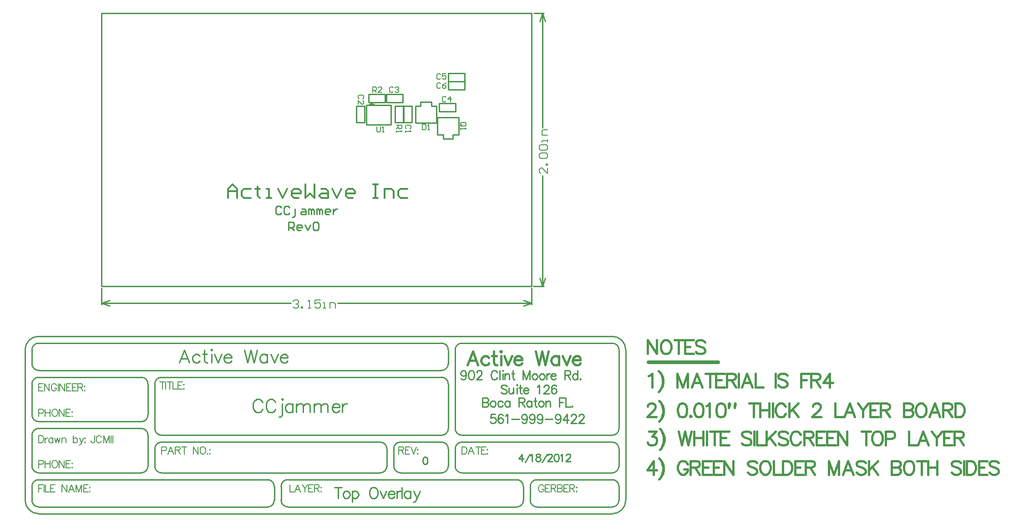
<source format=gto>
%FSLAX25Y25*%
%MOIN*%
G70*
G01*
G75*
G04 Layer_Color=65535*
%ADD10C,0.02500*%
%ADD11R,0.03000X0.03000*%
%ADD12R,0.03600X0.03600*%
%ADD13R,0.03600X0.05000*%
%ADD14R,0.03000X0.03000*%
%ADD15R,0.05000X0.02000*%
%ADD16C,0.01200*%
%ADD17C,0.01000*%
%ADD18C,0.03000*%
%ADD19C,0.00600*%
%ADD20C,0.00900*%
%ADD21C,0.00500*%
%ADD22C,0.01500*%
%ADD23C,0.00800*%
%ADD24C,0.04000*%
D10*
X400800Y-55700D02*
X451800D01*
D16*
X92500Y64500D02*
Y71165D01*
X95832Y74497D01*
X99164Y71165D01*
Y64500D01*
Y69498D01*
X92500D01*
X109161Y71165D02*
X104163D01*
X102497Y69498D01*
Y66166D01*
X104163Y64500D01*
X109161D01*
X114160Y72831D02*
Y71165D01*
X112494D01*
X115826D01*
X114160D01*
Y66166D01*
X115826Y64500D01*
X120824D02*
X124156D01*
X122490D01*
Y71165D01*
X120824D01*
X129155D02*
X132487Y64500D01*
X135819Y71165D01*
X144150Y64500D02*
X140818D01*
X139152Y66166D01*
Y69498D01*
X140818Y71165D01*
X144150D01*
X145816Y69498D01*
Y67832D01*
X139152D01*
X149148Y74497D02*
Y64500D01*
X152481Y67832D01*
X155813Y64500D01*
Y74497D01*
X160811Y71165D02*
X164144D01*
X165810Y69498D01*
Y64500D01*
X160811D01*
X159145Y66166D01*
X160811Y67832D01*
X165810D01*
X169142Y71165D02*
X172474Y64500D01*
X175806Y71165D01*
X184137Y64500D02*
X180805D01*
X179139Y66166D01*
Y69498D01*
X180805Y71165D01*
X184137D01*
X185803Y69498D01*
Y67832D01*
X179139D01*
X199132Y74497D02*
X202465D01*
X200798D01*
Y64500D01*
X199132D01*
X202465D01*
X207463D02*
Y71165D01*
X212461D01*
X214127Y69498D01*
Y64500D01*
X224124Y71165D02*
X219126D01*
X217460Y69498D01*
Y66166D01*
X219126Y64500D01*
X224124D01*
D17*
X199600Y132900D02*
G03*
X196100Y132650I-1625J-1875D01*
G01*
X207600Y134600D02*
Y137600D01*
X195600Y134600D02*
X207600D01*
X195600D02*
Y140600D01*
X207600D01*
Y137600D02*
Y140600D01*
X259200Y127800D02*
Y130800D01*
X247200Y127800D02*
X259200D01*
X247200D02*
Y133800D01*
X259200D01*
Y130800D02*
Y133800D01*
X255250Y107900D02*
X257050D01*
X257300D02*
Y110900D01*
X261550D01*
Y123400D01*
X246050D02*
X261550D01*
X246050Y110900D02*
Y123400D01*
Y110900D02*
X250300D01*
Y107900D02*
Y110900D01*
X250550Y107900D02*
X255250D01*
X220700Y134500D02*
Y137500D01*
X208700Y134500D02*
X220700D01*
X208700D02*
Y140500D01*
X220700D01*
Y137500D02*
Y140500D01*
X186600Y119900D02*
X189600D01*
X186600D02*
Y131900D01*
X192600D01*
Y119900D02*
Y131900D01*
X189600Y119900D02*
X192600D01*
X218100Y131700D02*
X221100D01*
Y119700D02*
Y131700D01*
X215100Y119700D02*
X221100D01*
X215100D02*
Y131700D01*
X218100D01*
X224200D02*
X227200D01*
Y119700D02*
Y131700D01*
X221200Y119700D02*
X227200D01*
X221200D02*
Y131700D01*
X224200D01*
X254000Y153000D02*
Y156000D01*
X266000D01*
Y150000D02*
Y156000D01*
X254000Y150000D02*
X266000D01*
X254000D02*
Y153000D01*
Y147000D02*
Y150000D01*
X266000D01*
Y144000D02*
Y150000D01*
X254000Y144000D02*
X266000D01*
X254000D02*
Y147000D01*
X194100Y118150D02*
Y121650D01*
Y118150D02*
X212100D01*
Y132650D01*
X194100D02*
X212100D01*
X194100Y121650D02*
Y132650D01*
X233700Y132000D02*
Y135000D01*
X241700D01*
Y132000D02*
Y135000D01*
X236250D02*
X240950D01*
X241700Y132000D02*
X245450D01*
Y119500D02*
Y132000D01*
X229950Y119500D02*
X245450D01*
X229950D02*
Y132000D01*
X233700D01*
X234450Y135000D02*
X236250D01*
X173266Y-147402D02*
Y-155400D01*
X170600Y-147402D02*
X175932D01*
X178789Y-150068D02*
X178027Y-150449D01*
X177265Y-151210D01*
X176884Y-152353D01*
Y-153115D01*
X177265Y-154257D01*
X178027Y-155019D01*
X178789Y-155400D01*
X179931D01*
X180693Y-155019D01*
X181455Y-154257D01*
X181836Y-153115D01*
Y-152353D01*
X181455Y-151210D01*
X180693Y-150449D01*
X179931Y-150068D01*
X178789D01*
X183588D02*
Y-158066D01*
Y-151210D02*
X184349Y-150449D01*
X185111Y-150068D01*
X186254D01*
X187015Y-150449D01*
X187777Y-151210D01*
X188158Y-152353D01*
Y-153115D01*
X187777Y-154257D01*
X187015Y-155019D01*
X186254Y-155400D01*
X185111D01*
X184349Y-155019D01*
X183588Y-154257D01*
X198442Y-147402D02*
X197680Y-147783D01*
X196918Y-148544D01*
X196537Y-149306D01*
X196156Y-150449D01*
Y-152353D01*
X196537Y-153496D01*
X196918Y-154257D01*
X197680Y-155019D01*
X198442Y-155400D01*
X199965D01*
X200727Y-155019D01*
X201489Y-154257D01*
X201870Y-153496D01*
X202250Y-152353D01*
Y-150449D01*
X201870Y-149306D01*
X201489Y-148544D01*
X200727Y-147783D01*
X199965Y-147402D01*
X198442D01*
X204117Y-150068D02*
X206402Y-155400D01*
X208687Y-150068D02*
X206402Y-155400D01*
X209982Y-152353D02*
X214552D01*
Y-151591D01*
X214172Y-150830D01*
X213791Y-150449D01*
X213029Y-150068D01*
X211886D01*
X211125Y-150449D01*
X210363Y-151210D01*
X209982Y-152353D01*
Y-153115D01*
X210363Y-154257D01*
X211125Y-155019D01*
X211886Y-155400D01*
X213029D01*
X213791Y-155019D01*
X214552Y-154257D01*
X216266Y-150068D02*
Y-155400D01*
Y-152353D02*
X216647Y-151210D01*
X217409Y-150449D01*
X218171Y-150068D01*
X219313D01*
X220037Y-147402D02*
Y-155400D01*
X226283Y-150068D02*
Y-155400D01*
Y-151210D02*
X225522Y-150449D01*
X224760Y-150068D01*
X223617D01*
X222855Y-150449D01*
X222094Y-151210D01*
X221713Y-152353D01*
Y-153115D01*
X222094Y-154257D01*
X222855Y-155019D01*
X223617Y-155400D01*
X224760D01*
X225522Y-155019D01*
X226283Y-154257D01*
X228797Y-150068D02*
X231082Y-155400D01*
X233367Y-150068D02*
X231082Y-155400D01*
X230321Y-156923D01*
X229559Y-157685D01*
X228797Y-158066D01*
X228416D01*
X131499Y57498D02*
X130499Y58498D01*
X128500D01*
X127500Y57498D01*
Y53500D01*
X128500Y52500D01*
X130499D01*
X131499Y53500D01*
X137497Y57498D02*
X136497Y58498D01*
X134498D01*
X133498Y57498D01*
Y53500D01*
X134498Y52500D01*
X136497D01*
X137497Y53500D01*
X139496Y50501D02*
X140496D01*
X141496Y51500D01*
Y56499D01*
X146494D02*
X148493D01*
X149493Y55499D01*
Y52500D01*
X146494D01*
X145494Y53500D01*
X146494Y54499D01*
X149493D01*
X151492Y52500D02*
Y56499D01*
X152492D01*
X153492Y55499D01*
Y52500D01*
Y55499D01*
X154491Y56499D01*
X155491Y55499D01*
Y52500D01*
X157490D02*
Y56499D01*
X158490D01*
X159490Y55499D01*
Y52500D01*
Y55499D01*
X160489Y56499D01*
X161489Y55499D01*
Y52500D01*
X166487D02*
X164488D01*
X163488Y53500D01*
Y55499D01*
X164488Y56499D01*
X166487D01*
X167487Y55499D01*
Y54499D01*
X163488D01*
X169486Y56499D02*
Y52500D01*
Y54499D01*
X170486Y55499D01*
X171486Y56499D01*
X172485D01*
X137000Y41000D02*
Y46998D01*
X139999D01*
X140999Y45998D01*
Y43999D01*
X139999Y42999D01*
X137000D01*
X138999D02*
X140999Y41000D01*
X145997D02*
X143998D01*
X142998Y42000D01*
Y43999D01*
X143998Y44999D01*
X145997D01*
X146997Y43999D01*
Y42999D01*
X142998D01*
X148996Y44999D02*
X150996Y41000D01*
X152995Y44999D01*
X154994Y45998D02*
X155994Y46998D01*
X157993D01*
X158993Y45998D01*
Y42000D01*
X157993Y41000D01*
X155994D01*
X154994Y42000D01*
Y45998D01*
X315000Y-13500D02*
Y-1500D01*
X0Y-13500D02*
Y-1500D01*
X172995Y-12500D02*
X315000D01*
X0D02*
X138805D01*
X309000Y-10500D02*
X315000Y-12500D01*
X309000Y-14500D02*
X315000Y-12500D01*
X0D02*
X6000Y-14500D01*
X0Y-12500D02*
X6000Y-10500D01*
X316500Y200000D02*
X324000D01*
X316461Y0D02*
X324000D01*
X323000Y115995D02*
Y200000D01*
Y0D02*
Y80805D01*
X321000Y194000D02*
X323000Y200000D01*
X325000Y194000D01*
X323000Y0D02*
X325000Y6000D01*
X321000D02*
X323000Y0D01*
X0Y200000D02*
X315000D01*
Y0D02*
Y200000D01*
X0Y0D02*
Y200000D01*
Y0D02*
X314961D01*
X379001Y-119194D02*
G03*
X374101Y-114294I-4900J0D01*
G01*
X264001D02*
G03*
X259001Y-119294I0J-5000D01*
G01*
X374002Y-109294D02*
G03*
X379001Y-104294I0J5000D01*
G01*
X259001D02*
G03*
X264001Y-109294I5000J0D01*
G01*
X-45998Y-36794D02*
G03*
X-55998Y-46794I0J-10000D01*
G01*
Y-156694D02*
G03*
X-46075Y-166793I10100J0D01*
G01*
X374002Y-166794D02*
G03*
X384001Y-156794I0J10000D01*
G01*
Y-46794D02*
G03*
X374002Y-36794I-10000J0D01*
G01*
X379001Y-46694D02*
G03*
X373931Y-41797I-4900J0D01*
G01*
X374002Y-136794D02*
G03*
X379001Y-131794I0J5000D01*
G01*
X379002Y-146707D02*
G03*
X374002Y-141793I-5000J-87D01*
G01*
Y-161794D02*
G03*
X379001Y-156794I0J5000D01*
G01*
X249002Y-136794D02*
G03*
X254001Y-131794I0J5000D01*
G01*
X259001Y-131894D02*
G03*
X263987Y-136793I4900J0D01*
G01*
X254001Y-119194D02*
G03*
X249101Y-114294I-4900J0D01*
G01*
X-50999Y-156794D02*
G03*
X-46086Y-161793I5000J0D01*
G01*
X249089Y-109294D02*
G03*
X254002Y-104294I-87J5000D01*
G01*
X-45998Y-141794D02*
G03*
X-50999Y-146794I0J-5000D01*
G01*
X254001Y-71794D02*
G03*
X249002Y-66794I-5000J0D01*
G01*
Y-61794D02*
G03*
X254001Y-56794I0J5000D01*
G01*
X264001Y-41794D02*
G03*
X259001Y-46794I0J-5000D01*
G01*
X254001D02*
G03*
X249002Y-41794I-5000J0D01*
G01*
X-45998D02*
G03*
X-50999Y-46794I0J-5000D01*
G01*
Y-56794D02*
G03*
X-45998Y-61794I5000J0D01*
G01*
Y-66794D02*
G03*
X-50999Y-71794I0J-5000D01*
G01*
Y-94294D02*
G03*
X-45998Y-99294I5000J0D01*
G01*
Y-104294D02*
G03*
X-50999Y-109294I0J-5000D01*
G01*
Y-131794D02*
G03*
X-46086Y-136793I5000J0D01*
G01*
X44001Y-66794D02*
G03*
X39001Y-71794I0J-5000D01*
G01*
X44001Y-114294D02*
G03*
X39002Y-119294I0J-5000D01*
G01*
X218801Y-114294D02*
G03*
X214008Y-119345I0J-4800D01*
G01*
X214001Y-131694D02*
G03*
X219012Y-136793I5100J0D01*
G01*
X204101Y-136794D02*
G03*
X209001Y-131809I0J4900D01*
G01*
X209001Y-119194D02*
G03*
X204101Y-114294I-4900J0D01*
G01*
X29101Y-136794D02*
G03*
X34001Y-131894I0J4900D01*
G01*
X39002D02*
G03*
X43902Y-136794I4900J0D01*
G01*
X39002Y-104394D02*
G03*
X43902Y-109294I4900J0D01*
G01*
X34001Y-109194D02*
G03*
X28931Y-104297I-4900J0D01*
G01*
X29201Y-99294D02*
G03*
X34001Y-94494I0J4800D01*
G01*
Y-71694D02*
G03*
X29101Y-66794I-4900J0D01*
G01*
X319002Y-141794D02*
G03*
X314001Y-146794I0J-5000D01*
G01*
Y-156894D02*
G03*
X318987Y-161793I4900J0D01*
G01*
X304118Y-161794D02*
G03*
X308999Y-156826I84J4800D01*
G01*
X309001Y-146794D02*
G03*
X304001Y-141794I-5000J0D01*
G01*
X131501Y-156794D02*
G03*
X136414Y-161793I5000J0D01*
G01*
X136502Y-141794D02*
G03*
X131501Y-146794I0J-5000D01*
G01*
X121618Y-161794D02*
G03*
X126499Y-156826I84J4800D01*
G01*
X126502Y-146794D02*
G03*
X121502Y-141794I-5000J0D01*
G01*
X379001Y-131794D02*
Y-119194D01*
X259001Y-131794D02*
Y-119294D01*
X379001Y-104294D02*
Y-46794D01*
X259001Y-104294D02*
Y-46794D01*
X-55998Y-156794D02*
Y-46794D01*
X-50999Y-156794D02*
Y-146794D01*
X379001Y-156794D02*
Y-146794D01*
X254001Y-131794D02*
Y-119294D01*
X214001Y-131794D02*
Y-119294D01*
X39002Y-131794D02*
Y-119294D01*
X209001Y-131794D02*
Y-119294D01*
X39002Y-104294D02*
Y-71794D01*
X254001Y-104294D02*
Y-71794D01*
Y-56794D02*
Y-46794D01*
X-50999Y-56794D02*
Y-46794D01*
X34001Y-94294D02*
Y-71794D01*
X-50999Y-94294D02*
Y-71794D01*
X34001Y-131794D02*
Y-109294D01*
X-50999Y-131794D02*
Y-109294D01*
X384001Y-156794D02*
Y-46794D01*
X314001Y-156794D02*
Y-146794D01*
X309001Y-156794D02*
Y-146794D01*
X131501Y-156794D02*
Y-146794D01*
X126502Y-156794D02*
Y-146794D01*
X264001Y-114294D02*
X374002D01*
X264001Y-109294D02*
X374002D01*
X44001D02*
X249002D01*
X264001Y-41794D02*
X374002D01*
X264001Y-136794D02*
X374002D01*
X219002Y-114294D02*
X249002D01*
X219002Y-136794D02*
X249002D01*
X44001D02*
X204001D01*
X44001Y-114294D02*
X204001D01*
X44001Y-66794D02*
X249002D01*
X-45998Y-61794D02*
X249002D01*
X-45998Y-66794D02*
X29002D01*
X-45998Y-99294D02*
X29002D01*
X-45998Y-104294D02*
X29002D01*
X-45998Y-136794D02*
X29002D01*
X-45998Y-36794D02*
X374002D01*
X-45998Y-166794D02*
X374002D01*
X-45998Y-41794D02*
X249002D01*
X319002Y-141794D02*
X374002D01*
X319002Y-161794D02*
X374002D01*
X136502Y-141794D02*
X304001D01*
X-45998D02*
X121502D01*
X-45998Y-161794D02*
X121502D01*
X136502D02*
X304001D01*
X279110Y-81978D02*
Y-88376D01*
Y-81978D02*
X281852D01*
X282766Y-82282D01*
X283070Y-82587D01*
X283375Y-83197D01*
Y-83806D01*
X283070Y-84415D01*
X282766Y-84720D01*
X281852Y-85025D01*
X279110D02*
X281852D01*
X282766Y-85329D01*
X283070Y-85634D01*
X283375Y-86243D01*
Y-87158D01*
X283070Y-87767D01*
X282766Y-88072D01*
X281852Y-88376D01*
X279110D01*
X286331Y-84111D02*
X285721Y-84415D01*
X285112Y-85025D01*
X284807Y-85939D01*
Y-86548D01*
X285112Y-87462D01*
X285721Y-88072D01*
X286331Y-88376D01*
X287245D01*
X287854Y-88072D01*
X288464Y-87462D01*
X288768Y-86548D01*
Y-85939D01*
X288464Y-85025D01*
X287854Y-84415D01*
X287245Y-84111D01*
X286331D01*
X293826Y-85025D02*
X293217Y-84415D01*
X292607Y-84111D01*
X291693D01*
X291084Y-84415D01*
X290475Y-85025D01*
X290170Y-85939D01*
Y-86548D01*
X290475Y-87462D01*
X291084Y-88072D01*
X291693Y-88376D01*
X292607D01*
X293217Y-88072D01*
X293826Y-87462D01*
X298854Y-84111D02*
Y-88376D01*
Y-85025D02*
X298244Y-84415D01*
X297635Y-84111D01*
X296721D01*
X296111Y-84415D01*
X295502Y-85025D01*
X295197Y-85939D01*
Y-86548D01*
X295502Y-87462D01*
X296111Y-88072D01*
X296721Y-88376D01*
X297635D01*
X298244Y-88072D01*
X298854Y-87462D01*
X305588Y-81978D02*
Y-88376D01*
Y-81978D02*
X308330D01*
X309244Y-82282D01*
X309549Y-82587D01*
X309853Y-83197D01*
Y-83806D01*
X309549Y-84415D01*
X309244Y-84720D01*
X308330Y-85025D01*
X305588D01*
X307720D02*
X309853Y-88376D01*
X314942Y-84111D02*
Y-88376D01*
Y-85025D02*
X314332Y-84415D01*
X313723Y-84111D01*
X312809D01*
X312199Y-84415D01*
X311590Y-85025D01*
X311285Y-85939D01*
Y-86548D01*
X311590Y-87462D01*
X312199Y-88072D01*
X312809Y-88376D01*
X313723D01*
X314332Y-88072D01*
X314942Y-87462D01*
X317562Y-81978D02*
Y-87158D01*
X317867Y-88072D01*
X318476Y-88376D01*
X319086D01*
X316648Y-84111D02*
X318781D01*
X321523D02*
X320914Y-84415D01*
X320304Y-85025D01*
X320000Y-85939D01*
Y-86548D01*
X320304Y-87462D01*
X320914Y-88072D01*
X321523Y-88376D01*
X322437D01*
X323047Y-88072D01*
X323656Y-87462D01*
X323961Y-86548D01*
Y-85939D01*
X323656Y-85025D01*
X323047Y-84415D01*
X322437Y-84111D01*
X321523D01*
X325362D02*
Y-88376D01*
Y-85329D02*
X326276Y-84415D01*
X326886Y-84111D01*
X327800D01*
X328409Y-84415D01*
X328714Y-85329D01*
Y-88376D01*
X335417Y-81978D02*
Y-88376D01*
Y-81978D02*
X339378D01*
X335417Y-85025D02*
X337855D01*
X340110Y-81978D02*
Y-88376D01*
X343766D01*
X344772Y-87767D02*
X344467Y-88072D01*
X344772Y-88376D01*
X345076Y-88072D01*
X344772Y-87767D01*
X267071Y-64111D02*
X266766Y-65025D01*
X266156Y-65634D01*
X265242Y-65939D01*
X264938D01*
X264024Y-65634D01*
X263414Y-65025D01*
X263109Y-64111D01*
Y-63806D01*
X263414Y-62892D01*
X264024Y-62282D01*
X264938Y-61978D01*
X265242D01*
X266156Y-62282D01*
X266766Y-62892D01*
X267071Y-64111D01*
Y-65634D01*
X266766Y-67158D01*
X266156Y-68072D01*
X265242Y-68376D01*
X264633D01*
X263719Y-68072D01*
X263414Y-67462D01*
X270636Y-61978D02*
X269721Y-62282D01*
X269112Y-63196D01*
X268807Y-64720D01*
Y-65634D01*
X269112Y-67158D01*
X269721Y-68072D01*
X270636Y-68376D01*
X271245D01*
X272159Y-68072D01*
X272768Y-67158D01*
X273073Y-65634D01*
Y-64720D01*
X272768Y-63196D01*
X272159Y-62282D01*
X271245Y-61978D01*
X270636D01*
X274810Y-63501D02*
Y-63196D01*
X275114Y-62587D01*
X275419Y-62282D01*
X276029Y-61978D01*
X277247D01*
X277857Y-62282D01*
X278162Y-62587D01*
X278466Y-63196D01*
Y-63806D01*
X278162Y-64415D01*
X277552Y-65329D01*
X274505Y-68376D01*
X278771D01*
X289801Y-63501D02*
X289496Y-62892D01*
X288887Y-62282D01*
X288277Y-61978D01*
X287059D01*
X286449Y-62282D01*
X285840Y-62892D01*
X285535Y-63501D01*
X285230Y-64415D01*
Y-65939D01*
X285535Y-66853D01*
X285840Y-67462D01*
X286449Y-68072D01*
X287059Y-68376D01*
X288277D01*
X288887Y-68072D01*
X289496Y-67462D01*
X289801Y-66853D01*
X291599Y-61978D02*
Y-68376D01*
X293549Y-61978D02*
X293853Y-62282D01*
X294158Y-61978D01*
X293853Y-61673D01*
X293549Y-61978D01*
X293853Y-64111D02*
Y-68376D01*
X295285Y-64111D02*
Y-68376D01*
Y-65329D02*
X296199Y-64415D01*
X296809Y-64111D01*
X297723D01*
X298332Y-64415D01*
X298637Y-65329D01*
Y-68376D01*
X301227Y-61978D02*
Y-67158D01*
X301532Y-68072D01*
X302141Y-68376D01*
X302750D01*
X300313Y-64111D02*
X302446D01*
X308692Y-61978D02*
Y-68376D01*
Y-61978D02*
X311130Y-68376D01*
X313567Y-61978D02*
X311130Y-68376D01*
X313567Y-61978D02*
Y-68376D01*
X316919Y-64111D02*
X316309Y-64415D01*
X315700Y-65025D01*
X315395Y-65939D01*
Y-66548D01*
X315700Y-67462D01*
X316309Y-68072D01*
X316919Y-68376D01*
X317833D01*
X318442Y-68072D01*
X319052Y-67462D01*
X319356Y-66548D01*
Y-65939D01*
X319052Y-65025D01*
X318442Y-64415D01*
X317833Y-64111D01*
X316919D01*
X322282D02*
X321672Y-64415D01*
X321063Y-65025D01*
X320758Y-65939D01*
Y-66548D01*
X321063Y-67462D01*
X321672Y-68072D01*
X322282Y-68376D01*
X323196D01*
X323805Y-68072D01*
X324414Y-67462D01*
X324719Y-66548D01*
Y-65939D01*
X324414Y-65025D01*
X323805Y-64415D01*
X323196Y-64111D01*
X322282D01*
X326121D02*
Y-68376D01*
Y-65939D02*
X326425Y-65025D01*
X327035Y-64415D01*
X327644Y-64111D01*
X328558D01*
X329137Y-65939D02*
X332794D01*
Y-65329D01*
X332489Y-64720D01*
X332184Y-64415D01*
X331575Y-64111D01*
X330661D01*
X330051Y-64415D01*
X329442Y-65025D01*
X329137Y-65939D01*
Y-66548D01*
X329442Y-67462D01*
X330051Y-68072D01*
X330661Y-68376D01*
X331575D01*
X332184Y-68072D01*
X332794Y-67462D01*
X339192Y-61978D02*
Y-68376D01*
Y-61978D02*
X341934D01*
X342849Y-62282D01*
X343153Y-62587D01*
X343458Y-63196D01*
Y-63806D01*
X343153Y-64415D01*
X342849Y-64720D01*
X341934Y-65025D01*
X339192D01*
X341325D02*
X343458Y-68376D01*
X348546Y-61978D02*
Y-68376D01*
Y-65025D02*
X347937Y-64415D01*
X347328Y-64111D01*
X346413D01*
X345804Y-64415D01*
X345195Y-65025D01*
X344890Y-65939D01*
Y-66548D01*
X345195Y-67462D01*
X345804Y-68072D01*
X346413Y-68376D01*
X347328D01*
X347937Y-68072D01*
X348546Y-67462D01*
X350557Y-67767D02*
X350253Y-68072D01*
X350557Y-68376D01*
X350862Y-68072D01*
X350557Y-67767D01*
X288266Y-93978D02*
X285219D01*
X284914Y-96720D01*
X285219Y-96415D01*
X286133Y-96111D01*
X287047D01*
X287961Y-96415D01*
X288570Y-97025D01*
X288875Y-97939D01*
Y-98548D01*
X288570Y-99462D01*
X287961Y-100072D01*
X287047Y-100376D01*
X286133D01*
X285219Y-100072D01*
X284914Y-99767D01*
X284610Y-99158D01*
X293964Y-94892D02*
X293659Y-94282D01*
X292745Y-93978D01*
X292136D01*
X291221Y-94282D01*
X290612Y-95196D01*
X290307Y-96720D01*
Y-98243D01*
X290612Y-99462D01*
X291221Y-100072D01*
X292136Y-100376D01*
X292440D01*
X293354Y-100072D01*
X293964Y-99462D01*
X294268Y-98548D01*
Y-98243D01*
X293964Y-97329D01*
X293354Y-96720D01*
X292440Y-96415D01*
X292136D01*
X291221Y-96720D01*
X290612Y-97329D01*
X290307Y-98243D01*
X295670Y-95196D02*
X296279Y-94892D01*
X297193Y-93978D01*
Y-100376D01*
X300362Y-97634D02*
X305847D01*
X311697Y-96111D02*
X311392Y-97025D01*
X310783Y-97634D01*
X309869Y-97939D01*
X309564D01*
X308650Y-97634D01*
X308041Y-97025D01*
X307736Y-96111D01*
Y-95806D01*
X308041Y-94892D01*
X308650Y-94282D01*
X309564Y-93978D01*
X309869D01*
X310783Y-94282D01*
X311392Y-94892D01*
X311697Y-96111D01*
Y-97634D01*
X311392Y-99158D01*
X310783Y-100072D01*
X309869Y-100376D01*
X309259D01*
X308345Y-100072D01*
X308041Y-99462D01*
X317395Y-96111D02*
X317090Y-97025D01*
X316481Y-97634D01*
X315567Y-97939D01*
X315262D01*
X314348Y-97634D01*
X313738Y-97025D01*
X313434Y-96111D01*
Y-95806D01*
X313738Y-94892D01*
X314348Y-94282D01*
X315262Y-93978D01*
X315567D01*
X316481Y-94282D01*
X317090Y-94892D01*
X317395Y-96111D01*
Y-97634D01*
X317090Y-99158D01*
X316481Y-100072D01*
X315567Y-100376D01*
X314957D01*
X314043Y-100072D01*
X313738Y-99462D01*
X323093Y-96111D02*
X322788Y-97025D01*
X322179Y-97634D01*
X321265Y-97939D01*
X320960D01*
X320046Y-97634D01*
X319436Y-97025D01*
X319132Y-96111D01*
Y-95806D01*
X319436Y-94892D01*
X320046Y-94282D01*
X320960Y-93978D01*
X321265D01*
X322179Y-94282D01*
X322788Y-94892D01*
X323093Y-96111D01*
Y-97634D01*
X322788Y-99158D01*
X322179Y-100072D01*
X321265Y-100376D01*
X320655D01*
X319741Y-100072D01*
X319436Y-99462D01*
X324829Y-97634D02*
X330314D01*
X336164Y-96111D02*
X335859Y-97025D01*
X335250Y-97634D01*
X334336Y-97939D01*
X334031D01*
X333117Y-97634D01*
X332508Y-97025D01*
X332203Y-96111D01*
Y-95806D01*
X332508Y-94892D01*
X333117Y-94282D01*
X334031Y-93978D01*
X334336D01*
X335250Y-94282D01*
X335859Y-94892D01*
X336164Y-96111D01*
Y-97634D01*
X335859Y-99158D01*
X335250Y-100072D01*
X334336Y-100376D01*
X333727D01*
X332812Y-100072D01*
X332508Y-99462D01*
X340948Y-93978D02*
X337901Y-98243D01*
X342471D01*
X340948Y-93978D02*
Y-100376D01*
X343903Y-95501D02*
Y-95196D01*
X344208Y-94587D01*
X344513Y-94282D01*
X345122Y-93978D01*
X346341D01*
X346950Y-94282D01*
X347255Y-94587D01*
X347560Y-95196D01*
Y-95806D01*
X347255Y-96415D01*
X346646Y-97329D01*
X343599Y-100376D01*
X347865D01*
X349601Y-95501D02*
Y-95196D01*
X349906Y-94587D01*
X350211Y-94282D01*
X350820Y-93978D01*
X352039D01*
X352648Y-94282D01*
X352953Y-94587D01*
X353258Y-95196D01*
Y-95806D01*
X352953Y-96415D01*
X352344Y-97329D01*
X349297Y-100376D01*
X353562D01*
X296875Y-73392D02*
X296266Y-72782D01*
X295352Y-72478D01*
X294133D01*
X293219Y-72782D01*
X292610Y-73392D01*
Y-74001D01*
X292914Y-74611D01*
X293219Y-74915D01*
X293828Y-75220D01*
X295656Y-75829D01*
X296266Y-76134D01*
X296570Y-76439D01*
X296875Y-77048D01*
Y-77962D01*
X296266Y-78572D01*
X295352Y-78876D01*
X294133D01*
X293219Y-78572D01*
X292610Y-77962D01*
X298307Y-74611D02*
Y-77658D01*
X298612Y-78572D01*
X299221Y-78876D01*
X300135D01*
X300745Y-78572D01*
X301659Y-77658D01*
Y-74611D02*
Y-78876D01*
X303944Y-72478D02*
X304249Y-72782D01*
X304554Y-72478D01*
X304249Y-72173D01*
X303944Y-72478D01*
X304249Y-74611D02*
Y-78876D01*
X306595Y-72478D02*
Y-77658D01*
X306900Y-78572D01*
X307509Y-78876D01*
X308119D01*
X305681Y-74611D02*
X307814D01*
X309033Y-76439D02*
X312689D01*
Y-75829D01*
X312384Y-75220D01*
X312080Y-74915D01*
X311470Y-74611D01*
X310556D01*
X309947Y-74915D01*
X309337Y-75525D01*
X309033Y-76439D01*
Y-77048D01*
X309337Y-77962D01*
X309947Y-78572D01*
X310556Y-78876D01*
X311470D01*
X312080Y-78572D01*
X312689Y-77962D01*
X319088Y-73697D02*
X319697Y-73392D01*
X320611Y-72478D01*
Y-78876D01*
X324085Y-74001D02*
Y-73697D01*
X324389Y-73087D01*
X324694Y-72782D01*
X325303Y-72478D01*
X326522D01*
X327132Y-72782D01*
X327436Y-73087D01*
X327741Y-73697D01*
Y-74306D01*
X327436Y-74915D01*
X326827Y-75829D01*
X323780Y-78876D01*
X328046D01*
X333134Y-73392D02*
X332829Y-72782D01*
X331915Y-72478D01*
X331306D01*
X330392Y-72782D01*
X329783Y-73697D01*
X329478Y-75220D01*
Y-76744D01*
X329783Y-77962D01*
X330392Y-78572D01*
X331306Y-78876D01*
X331611D01*
X332525Y-78572D01*
X333134Y-77962D01*
X333439Y-77048D01*
Y-76744D01*
X333134Y-75829D01*
X332525Y-75220D01*
X331611Y-74915D01*
X331306D01*
X330392Y-75220D01*
X329783Y-75829D01*
X329478Y-76744D01*
D19*
X140405Y-11101D02*
X141405Y-10101D01*
X143404D01*
X144404Y-11101D01*
Y-12100D01*
X143404Y-13100D01*
X142404D01*
X143404D01*
X144404Y-14100D01*
Y-15099D01*
X143404Y-16099D01*
X141405D01*
X140405Y-15099D01*
X146403Y-16099D02*
Y-15099D01*
X147403D01*
Y-16099D01*
X146403D01*
X151401D02*
X153401D01*
X152401D01*
Y-10101D01*
X151401Y-11101D01*
X160398Y-10101D02*
X156400D01*
Y-13100D01*
X158399Y-12100D01*
X159399D01*
X160398Y-13100D01*
Y-15099D01*
X159399Y-16099D01*
X157399D01*
X156400Y-15099D01*
X162398Y-16099D02*
X164397D01*
X163398D01*
Y-12100D01*
X162398D01*
X167396Y-16099D02*
Y-12100D01*
X170395D01*
X171395Y-13100D01*
Y-16099D01*
X326599Y86404D02*
Y82405D01*
X322600Y86404D01*
X321601D01*
X320601Y85404D01*
Y83405D01*
X321601Y82405D01*
X326599Y88403D02*
X325599D01*
Y89403D01*
X326599D01*
Y88403D01*
X321601Y93402D02*
X320601Y94401D01*
Y96401D01*
X321601Y97400D01*
X325599D01*
X326599Y96401D01*
Y94401D01*
X325599Y93402D01*
X321601D01*
Y99400D02*
X320601Y100399D01*
Y102399D01*
X321601Y103398D01*
X325599D01*
X326599Y102399D01*
Y100399D01*
X325599Y99400D01*
X321601D01*
X326599Y105398D02*
Y107397D01*
Y106397D01*
X322600D01*
Y105398D01*
X326599Y110396D02*
X322600D01*
Y113395D01*
X323600Y114395D01*
X326599D01*
D20*
X236775Y-125212D02*
X236013Y-125466D01*
X235505Y-126227D01*
X235251Y-127497D01*
Y-128259D01*
X235505Y-129528D01*
X236013Y-130290D01*
X236775Y-130544D01*
X237283D01*
X238044Y-130290D01*
X238552Y-129528D01*
X238806Y-128259D01*
Y-127497D01*
X238552Y-126227D01*
X238044Y-125466D01*
X237283Y-125212D01*
X236775D01*
X117856Y-85187D02*
X117399Y-84273D01*
X116484Y-83359D01*
X115570Y-82902D01*
X113742D01*
X112828Y-83359D01*
X111914Y-84273D01*
X111457Y-85187D01*
X111000Y-86558D01*
Y-88844D01*
X111457Y-90215D01*
X111914Y-91129D01*
X112828Y-92043D01*
X113742Y-92500D01*
X115570D01*
X116484Y-92043D01*
X117399Y-91129D01*
X117856Y-90215D01*
X127408Y-85187D02*
X126951Y-84273D01*
X126037Y-83359D01*
X125123Y-82902D01*
X123294D01*
X122380Y-83359D01*
X121466Y-84273D01*
X121009Y-85187D01*
X120552Y-86558D01*
Y-88844D01*
X121009Y-90215D01*
X121466Y-91129D01*
X122380Y-92043D01*
X123294Y-92500D01*
X125123D01*
X126037Y-92043D01*
X126951Y-91129D01*
X127408Y-90215D01*
X131933Y-82902D02*
X132390Y-83359D01*
X132847Y-82902D01*
X132390Y-82445D01*
X131933Y-82902D01*
X132390Y-86101D02*
Y-93871D01*
X131933Y-95242D01*
X131019Y-95699D01*
X130104D01*
X140114Y-86101D02*
Y-92500D01*
Y-87472D02*
X139200Y-86558D01*
X138286Y-86101D01*
X136914D01*
X136000Y-86558D01*
X135086Y-87472D01*
X134629Y-88844D01*
Y-89758D01*
X135086Y-91129D01*
X136000Y-92043D01*
X136914Y-92500D01*
X138286D01*
X139200Y-92043D01*
X140114Y-91129D01*
X142673Y-86101D02*
Y-92500D01*
Y-87929D02*
X144044Y-86558D01*
X144958Y-86101D01*
X146330D01*
X147244Y-86558D01*
X147701Y-87929D01*
Y-92500D01*
Y-87929D02*
X149072Y-86558D01*
X149986Y-86101D01*
X151357D01*
X152271Y-86558D01*
X152728Y-87929D01*
Y-92500D01*
X155745Y-86101D02*
Y-92500D01*
Y-87929D02*
X157116Y-86558D01*
X158030Y-86101D01*
X159401D01*
X160315Y-86558D01*
X160772Y-87929D01*
Y-92500D01*
Y-87929D02*
X162143Y-86558D01*
X163057Y-86101D01*
X164428D01*
X165343Y-86558D01*
X165800Y-87929D01*
Y-92500D01*
X168816Y-88844D02*
X174301D01*
Y-87929D01*
X173844Y-87015D01*
X173387Y-86558D01*
X172473Y-86101D01*
X171101D01*
X170187Y-86558D01*
X169273Y-87472D01*
X168816Y-88844D01*
Y-89758D01*
X169273Y-91129D01*
X170187Y-92043D01*
X171101Y-92500D01*
X172473D01*
X173387Y-92043D01*
X174301Y-91129D01*
X176357Y-86101D02*
Y-92500D01*
Y-88844D02*
X176814Y-87472D01*
X177728Y-86558D01*
X178643Y-86101D01*
X180014D01*
X64314Y-56294D02*
X60658Y-46696D01*
X57001Y-56294D01*
X58372Y-53095D02*
X62943D01*
X72038Y-51267D02*
X71124Y-50353D01*
X70210Y-49895D01*
X68839D01*
X67925Y-50353D01*
X67011Y-51267D01*
X66554Y-52638D01*
Y-53552D01*
X67011Y-54923D01*
X67925Y-55837D01*
X68839Y-56294D01*
X70210D01*
X71124Y-55837D01*
X72038Y-54923D01*
X75466Y-46696D02*
Y-54466D01*
X75923Y-55837D01*
X76837Y-56294D01*
X77751D01*
X74095Y-49895D02*
X77294D01*
X80036Y-46696D02*
X80493Y-47153D01*
X80950Y-46696D01*
X80493Y-46239D01*
X80036Y-46696D01*
X80493Y-49895D02*
Y-56294D01*
X82642Y-49895D02*
X85384Y-56294D01*
X88126Y-49895D02*
X85384Y-56294D01*
X89680Y-52638D02*
X95165D01*
Y-51724D01*
X94708Y-50810D01*
X94251Y-50353D01*
X93336Y-49895D01*
X91965D01*
X91051Y-50353D01*
X90137Y-51267D01*
X89680Y-52638D01*
Y-53552D01*
X90137Y-54923D01*
X91051Y-55837D01*
X91965Y-56294D01*
X93336D01*
X94251Y-55837D01*
X95165Y-54923D01*
X104763Y-46696D02*
X107048Y-56294D01*
X109333Y-46696D02*
X107048Y-56294D01*
X109333Y-46696D02*
X111618Y-56294D01*
X113903Y-46696D02*
X111618Y-56294D01*
X121308Y-49895D02*
Y-56294D01*
Y-51267D02*
X120394Y-50353D01*
X119479Y-49895D01*
X118108D01*
X117194Y-50353D01*
X116280Y-51267D01*
X115823Y-52638D01*
Y-53552D01*
X116280Y-54923D01*
X117194Y-55837D01*
X118108Y-56294D01*
X119479D01*
X120394Y-55837D01*
X121308Y-54923D01*
X123867Y-49895D02*
X126609Y-56294D01*
X129352Y-49895D02*
X126609Y-56294D01*
X130905Y-52638D02*
X136390D01*
Y-51724D01*
X135933Y-50810D01*
X135476Y-50353D01*
X134562Y-49895D01*
X133191D01*
X132277Y-50353D01*
X131363Y-51267D01*
X130905Y-52638D01*
Y-53552D01*
X131363Y-54923D01*
X132277Y-55837D01*
X133191Y-56294D01*
X134562D01*
X135476Y-55837D01*
X136390Y-54923D01*
X308018Y-123008D02*
X305479Y-126563D01*
X309287D01*
X308018Y-123008D02*
Y-128340D01*
X310227Y-129102D02*
X313782Y-123008D01*
X314137Y-124023D02*
X314645Y-123769D01*
X315407Y-123008D01*
Y-128340D01*
X319317Y-123008D02*
X318555Y-123262D01*
X318301Y-123769D01*
Y-124277D01*
X318555Y-124785D01*
X319063Y-125039D01*
X320079Y-125293D01*
X320841Y-125547D01*
X321348Y-126055D01*
X321602Y-126563D01*
Y-127324D01*
X321348Y-127832D01*
X321094Y-128086D01*
X320333Y-128340D01*
X319317D01*
X318555Y-128086D01*
X318301Y-127832D01*
X318047Y-127324D01*
Y-126563D01*
X318301Y-126055D01*
X318809Y-125547D01*
X319571Y-125293D01*
X320587Y-125039D01*
X321094Y-124785D01*
X321348Y-124277D01*
Y-123769D01*
X321094Y-123262D01*
X320333Y-123008D01*
X319317D01*
X322796Y-129102D02*
X326350Y-123008D01*
X326960Y-124277D02*
Y-124023D01*
X327214Y-123516D01*
X327468Y-123262D01*
X327976Y-123008D01*
X328991D01*
X329499Y-123262D01*
X329753Y-123516D01*
X330007Y-124023D01*
Y-124531D01*
X329753Y-125039D01*
X329245Y-125801D01*
X326706Y-128340D01*
X330261D01*
X332978Y-123008D02*
X332216Y-123262D01*
X331708Y-124023D01*
X331454Y-125293D01*
Y-126055D01*
X331708Y-127324D01*
X332216Y-128086D01*
X332978Y-128340D01*
X333486D01*
X334247Y-128086D01*
X334755Y-127324D01*
X335009Y-126055D01*
Y-125293D01*
X334755Y-124023D01*
X334247Y-123262D01*
X333486Y-123008D01*
X332978D01*
X336203Y-124023D02*
X336710Y-123769D01*
X337472Y-123008D01*
Y-128340D01*
X340367Y-124277D02*
Y-124023D01*
X340621Y-123516D01*
X340875Y-123262D01*
X341382Y-123008D01*
X342398D01*
X342906Y-123262D01*
X343160Y-123516D01*
X343414Y-124023D01*
Y-124531D01*
X343160Y-125039D01*
X342652Y-125801D01*
X340113Y-128340D01*
X343668D01*
D21*
X264001Y-117712D02*
Y-123044D01*
Y-117712D02*
X265779D01*
X266541Y-117966D01*
X267049Y-118474D01*
X267302Y-118981D01*
X267556Y-119743D01*
Y-121013D01*
X267302Y-121774D01*
X267049Y-122282D01*
X266541Y-122790D01*
X265779Y-123044D01*
X264001D01*
X272812D02*
X270781Y-117712D01*
X268750Y-123044D01*
X269511Y-121267D02*
X272051D01*
X275834Y-117712D02*
Y-123044D01*
X274057Y-117712D02*
X277611D01*
X281547D02*
X278246D01*
Y-123044D01*
X281547D01*
X278246Y-120251D02*
X280277D01*
X282690Y-119489D02*
X282436Y-119743D01*
X282690Y-119997D01*
X282944Y-119743D01*
X282690Y-119489D01*
Y-122536D02*
X282436Y-122790D01*
X282690Y-123044D01*
X282944Y-122790D01*
X282690Y-122536D01*
X217752Y-117712D02*
Y-123044D01*
Y-117712D02*
X220037D01*
X220798Y-117966D01*
X221052Y-118220D01*
X221306Y-118728D01*
Y-119235D01*
X221052Y-119743D01*
X220798Y-119997D01*
X220037Y-120251D01*
X217752D01*
X219529D02*
X221306Y-123044D01*
X225801Y-117712D02*
X222500D01*
Y-123044D01*
X225801D01*
X222500Y-120251D02*
X224531D01*
X226689Y-117712D02*
X228721Y-123044D01*
X230752Y-117712D02*
X228721Y-123044D01*
X231691Y-119489D02*
X231437Y-119743D01*
X231691Y-119997D01*
X231945Y-119743D01*
X231691Y-119489D01*
Y-122536D02*
X231437Y-122790D01*
X231691Y-123044D01*
X231945Y-122790D01*
X231691Y-122536D01*
X-45998Y-93005D02*
X-43713D01*
X-42952Y-92751D01*
X-42698Y-92497D01*
X-42444Y-91989D01*
Y-91228D01*
X-42698Y-90720D01*
X-42952Y-90466D01*
X-43713Y-90212D01*
X-45998D01*
Y-95544D01*
X-41250Y-90212D02*
Y-95544D01*
X-37696Y-90212D02*
Y-95544D01*
X-41250Y-92751D02*
X-37696D01*
X-34699Y-90212D02*
X-35207Y-90466D01*
X-35715Y-90974D01*
X-35969Y-91481D01*
X-36223Y-92243D01*
Y-93513D01*
X-35969Y-94274D01*
X-35715Y-94782D01*
X-35207Y-95290D01*
X-34699Y-95544D01*
X-33684D01*
X-33176Y-95290D01*
X-32668Y-94782D01*
X-32414Y-94274D01*
X-32160Y-93513D01*
Y-92243D01*
X-32414Y-91481D01*
X-32668Y-90974D01*
X-33176Y-90466D01*
X-33684Y-90212D01*
X-34699D01*
X-30916D02*
Y-95544D01*
Y-90212D02*
X-27361Y-95544D01*
Y-90212D02*
Y-95544D01*
X-22588Y-90212D02*
X-25888D01*
Y-95544D01*
X-22588D01*
X-25888Y-92751D02*
X-23857D01*
X-21445Y-91989D02*
X-21699Y-92243D01*
X-21445Y-92497D01*
X-21191Y-92243D01*
X-21445Y-91989D01*
Y-95036D02*
X-21699Y-95290D01*
X-21445Y-95544D01*
X-21191Y-95290D01*
X-21445Y-95036D01*
X-45998Y-130505D02*
X-43713D01*
X-42952Y-130251D01*
X-42698Y-129997D01*
X-42444Y-129489D01*
Y-128727D01*
X-42698Y-128220D01*
X-42952Y-127966D01*
X-43713Y-127712D01*
X-45998D01*
Y-133044D01*
X-41250Y-127712D02*
Y-133044D01*
X-37696Y-127712D02*
Y-133044D01*
X-41250Y-130251D02*
X-37696D01*
X-34699Y-127712D02*
X-35207Y-127966D01*
X-35715Y-128474D01*
X-35969Y-128981D01*
X-36223Y-129743D01*
Y-131013D01*
X-35969Y-131774D01*
X-35715Y-132282D01*
X-35207Y-132790D01*
X-34699Y-133044D01*
X-33684D01*
X-33176Y-132790D01*
X-32668Y-132282D01*
X-32414Y-131774D01*
X-32160Y-131013D01*
Y-129743D01*
X-32414Y-128981D01*
X-32668Y-128474D01*
X-33176Y-127966D01*
X-33684Y-127712D01*
X-34699D01*
X-30916D02*
Y-133044D01*
Y-127712D02*
X-27361Y-133044D01*
Y-127712D02*
Y-133044D01*
X-22588Y-127712D02*
X-25888D01*
Y-133044D01*
X-22588D01*
X-25888Y-130251D02*
X-23857D01*
X-21445Y-129489D02*
X-21699Y-129743D01*
X-21445Y-129997D01*
X-21191Y-129743D01*
X-21445Y-129489D01*
Y-132536D02*
X-21699Y-132790D01*
X-21445Y-133044D01*
X-21191Y-132790D01*
X-21445Y-132536D01*
X138002Y-145462D02*
Y-150794D01*
X141049D01*
X145695D02*
X143664Y-145462D01*
X141632Y-150794D01*
X142394Y-149017D02*
X144933D01*
X146939Y-145462D02*
X148971Y-148001D01*
Y-150794D01*
X151002Y-145462D02*
X148971Y-148001D01*
X154988Y-145462D02*
X151688D01*
Y-150794D01*
X154988D01*
X151688Y-148001D02*
X153719D01*
X155877Y-145462D02*
Y-150794D01*
Y-145462D02*
X158162D01*
X158924Y-145716D01*
X159178Y-145970D01*
X159432Y-146477D01*
Y-146985D01*
X159178Y-147493D01*
X158924Y-147747D01*
X158162Y-148001D01*
X155877D01*
X157655D02*
X159432Y-150794D01*
X160879Y-147239D02*
X160625Y-147493D01*
X160879Y-147747D01*
X161133Y-147493D01*
X160879Y-147239D01*
Y-150286D02*
X160625Y-150540D01*
X160879Y-150794D01*
X161133Y-150540D01*
X160879Y-150286D01*
X-42698Y-71462D02*
X-45998D01*
Y-76794D01*
X-42698D01*
X-45998Y-74001D02*
X-43967D01*
X-41809Y-71462D02*
Y-76794D01*
Y-71462D02*
X-38254Y-76794D01*
Y-71462D02*
Y-76794D01*
X-32973Y-72731D02*
X-33227Y-72224D01*
X-33734Y-71716D01*
X-34242Y-71462D01*
X-35258D01*
X-35766Y-71716D01*
X-36274Y-72224D01*
X-36527Y-72731D01*
X-36781Y-73493D01*
Y-74763D01*
X-36527Y-75524D01*
X-36274Y-76032D01*
X-35766Y-76540D01*
X-35258Y-76794D01*
X-34242D01*
X-33734Y-76540D01*
X-33227Y-76032D01*
X-32973Y-75524D01*
Y-74763D01*
X-34242D02*
X-32973D01*
X-31754Y-71462D02*
Y-76794D01*
X-30637Y-71462D02*
Y-76794D01*
Y-71462D02*
X-27082Y-76794D01*
Y-71462D02*
Y-76794D01*
X-22308Y-71462D02*
X-25609D01*
Y-76794D01*
X-22308D01*
X-25609Y-74001D02*
X-23578D01*
X-18119Y-71462D02*
X-21419D01*
Y-76794D01*
X-18119D01*
X-21419Y-74001D02*
X-19388D01*
X-17230Y-71462D02*
Y-76794D01*
Y-71462D02*
X-14945D01*
X-14183Y-71716D01*
X-13929Y-71970D01*
X-13675Y-72478D01*
Y-72985D01*
X-13929Y-73493D01*
X-14183Y-73747D01*
X-14945Y-74001D01*
X-17230D01*
X-15452D02*
X-13675Y-76794D01*
X-12228Y-73239D02*
X-12482Y-73493D01*
X-12228Y-73747D01*
X-11974Y-73493D01*
X-12228Y-73239D01*
Y-76286D02*
X-12482Y-76540D01*
X-12228Y-76794D01*
X-11974Y-76540D01*
X-12228Y-76286D01*
X44001Y-120505D02*
X46287D01*
X47049Y-120251D01*
X47302Y-119997D01*
X47556Y-119489D01*
Y-118728D01*
X47302Y-118220D01*
X47049Y-117966D01*
X46287Y-117712D01*
X44001D01*
Y-123044D01*
X52812D02*
X50781Y-117712D01*
X48750Y-123044D01*
X49511Y-121267D02*
X52051D01*
X54057Y-117712D02*
Y-123044D01*
Y-117712D02*
X56342D01*
X57104Y-117966D01*
X57357Y-118220D01*
X57611Y-118728D01*
Y-119235D01*
X57357Y-119743D01*
X57104Y-119997D01*
X56342Y-120251D01*
X54057D01*
X55834D02*
X57611Y-123044D01*
X60582Y-117712D02*
Y-123044D01*
X58805Y-117712D02*
X62359D01*
X67184D02*
Y-123044D01*
Y-117712D02*
X70739Y-123044D01*
Y-117712D02*
Y-123044D01*
X73735Y-117712D02*
X73227Y-117966D01*
X72719Y-118474D01*
X72465Y-118981D01*
X72211Y-119743D01*
Y-121013D01*
X72465Y-121774D01*
X72719Y-122282D01*
X73227Y-122790D01*
X73735Y-123044D01*
X74751D01*
X75258Y-122790D01*
X75766Y-122282D01*
X76020Y-121774D01*
X76274Y-121013D01*
Y-119743D01*
X76020Y-118981D01*
X75766Y-118474D01*
X75258Y-117966D01*
X74751Y-117712D01*
X73735D01*
X77772Y-122536D02*
X77518Y-122790D01*
X77772Y-123044D01*
X78026Y-122790D01*
X77772Y-122536D01*
X79448Y-119489D02*
X79194Y-119743D01*
X79448Y-119997D01*
X79702Y-119743D01*
X79448Y-119489D01*
Y-122536D02*
X79194Y-122790D01*
X79448Y-123044D01*
X79702Y-122790D01*
X79448Y-122536D01*
X44529Y-70212D02*
Y-75544D01*
X42752Y-70212D02*
X46306D01*
X46941D02*
Y-75544D01*
X49836Y-70212D02*
Y-75544D01*
X48058Y-70212D02*
X51613D01*
X52248D02*
Y-75544D01*
X55295D01*
X59180Y-70212D02*
X55879D01*
Y-75544D01*
X59180D01*
X55879Y-72751D02*
X57910D01*
X60322Y-71989D02*
X60069Y-72243D01*
X60322Y-72497D01*
X60576Y-72243D01*
X60322Y-71989D01*
Y-75036D02*
X60069Y-75290D01*
X60322Y-75544D01*
X60576Y-75290D01*
X60322Y-75036D01*
X-45998Y-109462D02*
Y-114794D01*
Y-109462D02*
X-44221D01*
X-43459Y-109716D01*
X-42952Y-110224D01*
X-42698Y-110731D01*
X-42444Y-111493D01*
Y-112763D01*
X-42698Y-113524D01*
X-42952Y-114032D01*
X-43459Y-114540D01*
X-44221Y-114794D01*
X-45998D01*
X-41250Y-111239D02*
Y-114794D01*
Y-112763D02*
X-40996Y-112001D01*
X-40489Y-111493D01*
X-39981Y-111239D01*
X-39219D01*
X-35690D02*
Y-114794D01*
Y-112001D02*
X-36197Y-111493D01*
X-36705Y-111239D01*
X-37467D01*
X-37975Y-111493D01*
X-38483Y-112001D01*
X-38737Y-112763D01*
Y-113271D01*
X-38483Y-114032D01*
X-37975Y-114540D01*
X-37467Y-114794D01*
X-36705D01*
X-36197Y-114540D01*
X-35690Y-114032D01*
X-34268Y-111239D02*
X-33252Y-114794D01*
X-32236Y-111239D02*
X-33252Y-114794D01*
X-32236Y-111239D02*
X-31221Y-114794D01*
X-30205Y-111239D02*
X-31221Y-114794D01*
X-28961Y-111239D02*
Y-114794D01*
Y-112255D02*
X-28199Y-111493D01*
X-27691Y-111239D01*
X-26930D01*
X-26422Y-111493D01*
X-26168Y-112255D01*
Y-114794D01*
X-20582Y-109462D02*
Y-114794D01*
Y-112001D02*
X-20074Y-111493D01*
X-19566Y-111239D01*
X-18804D01*
X-18296Y-111493D01*
X-17789Y-112001D01*
X-17535Y-112763D01*
Y-113271D01*
X-17789Y-114032D01*
X-18296Y-114540D01*
X-18804Y-114794D01*
X-19566D01*
X-20074Y-114540D01*
X-20582Y-114032D01*
X-16138Y-111239D02*
X-14615Y-114794D01*
X-13091Y-111239D02*
X-14615Y-114794D01*
X-15122Y-115810D01*
X-15630Y-116318D01*
X-16138Y-116571D01*
X-16392D01*
X-11948Y-111239D02*
X-12202Y-111493D01*
X-11948Y-111747D01*
X-11695Y-111493D01*
X-11948Y-111239D01*
Y-114286D02*
X-12202Y-114540D01*
X-11948Y-114794D01*
X-11695Y-114540D01*
X-11948Y-114286D01*
X-45998Y-145462D02*
Y-150794D01*
Y-145462D02*
X-42698D01*
X-45998Y-148001D02*
X-43967D01*
X-42088Y-145462D02*
Y-150794D01*
X-40971Y-145462D02*
Y-150794D01*
X-37924D01*
X-34039Y-145462D02*
X-37340D01*
Y-150794D01*
X-34039D01*
X-37340Y-148001D02*
X-35309D01*
X-28961Y-145462D02*
Y-150794D01*
Y-145462D02*
X-25406Y-150794D01*
Y-145462D02*
Y-150794D01*
X-19871D02*
X-21902Y-145462D01*
X-23933Y-150794D01*
X-23171Y-149017D02*
X-20632D01*
X-18627Y-145462D02*
Y-150794D01*
Y-145462D02*
X-16595Y-150794D01*
X-14564Y-145462D02*
X-16595Y-150794D01*
X-14564Y-145462D02*
Y-150794D01*
X-9739Y-145462D02*
X-13040D01*
Y-150794D01*
X-9739D01*
X-13040Y-148001D02*
X-11009D01*
X-8597Y-147239D02*
X-8851Y-147493D01*
X-8597Y-147747D01*
X-8343Y-147493D01*
X-8597Y-147239D01*
Y-150286D02*
X-8851Y-150540D01*
X-8597Y-150794D01*
X-8343Y-150540D01*
X-8597Y-150286D01*
X323810Y-146731D02*
X323556Y-146224D01*
X323048Y-145716D01*
X322541Y-145462D01*
X321525D01*
X321017Y-145716D01*
X320509Y-146224D01*
X320255Y-146731D01*
X320002Y-147493D01*
Y-148763D01*
X320255Y-149524D01*
X320509Y-150032D01*
X321017Y-150540D01*
X321525Y-150794D01*
X322541D01*
X323048Y-150540D01*
X323556Y-150032D01*
X323810Y-149524D01*
Y-148763D01*
X322541D02*
X323810D01*
X328330Y-145462D02*
X325029D01*
Y-150794D01*
X328330D01*
X325029Y-148001D02*
X327060D01*
X329219Y-145462D02*
Y-150794D01*
Y-145462D02*
X331504D01*
X332266Y-145716D01*
X332520Y-145970D01*
X332773Y-146477D01*
Y-146985D01*
X332520Y-147493D01*
X332266Y-147747D01*
X331504Y-148001D01*
X329219D01*
X330996D02*
X332773Y-150794D01*
X333967Y-145462D02*
Y-150794D01*
Y-145462D02*
X336252D01*
X337014Y-145716D01*
X337268Y-145970D01*
X337522Y-146477D01*
Y-146985D01*
X337268Y-147493D01*
X337014Y-147747D01*
X336252Y-148001D01*
X333967D02*
X336252D01*
X337014Y-148255D01*
X337268Y-148509D01*
X337522Y-149017D01*
Y-149778D01*
X337268Y-150286D01*
X337014Y-150540D01*
X336252Y-150794D01*
X333967D01*
X342016Y-145462D02*
X338715D01*
Y-150794D01*
X342016D01*
X338715Y-148001D02*
X340746D01*
X342905Y-145462D02*
Y-150794D01*
Y-145462D02*
X345190D01*
X345952Y-145716D01*
X346205Y-145970D01*
X346459Y-146477D01*
Y-146985D01*
X346205Y-147493D01*
X345952Y-147747D01*
X345190Y-148001D01*
X342905D01*
X344682D02*
X346459Y-150794D01*
X347907Y-147239D02*
X347653Y-147493D01*
X347907Y-147747D01*
X348161Y-147493D01*
X347907Y-147239D01*
Y-150286D02*
X347653Y-150540D01*
X347907Y-150794D01*
X348161Y-150540D01*
X347907Y-150286D01*
D22*
X275727Y-57876D02*
X271918Y-47879D01*
X268109Y-57876D01*
X269538Y-54544D02*
X274299D01*
X283773Y-52639D02*
X282821Y-51687D01*
X281868Y-51211D01*
X280440D01*
X279488Y-51687D01*
X278536Y-52639D01*
X278060Y-54068D01*
Y-55020D01*
X278536Y-56448D01*
X279488Y-57400D01*
X280440Y-57876D01*
X281868D01*
X282821Y-57400D01*
X283773Y-56448D01*
X287343Y-47879D02*
Y-55972D01*
X287820Y-57400D01*
X288772Y-57876D01*
X289724D01*
X285915Y-51211D02*
X289248D01*
X292104Y-47879D02*
X292580Y-48355D01*
X293057Y-47879D01*
X292580Y-47402D01*
X292104Y-47879D01*
X292580Y-51211D02*
Y-57876D01*
X294818Y-51211D02*
X297675Y-57876D01*
X300531Y-51211D02*
X297675Y-57876D01*
X302150Y-54068D02*
X307863D01*
Y-53115D01*
X307387Y-52163D01*
X306911Y-51687D01*
X305959Y-51211D01*
X304530D01*
X303578Y-51687D01*
X302626Y-52639D01*
X302150Y-54068D01*
Y-55020D01*
X302626Y-56448D01*
X303578Y-57400D01*
X304530Y-57876D01*
X305959D01*
X306911Y-57400D01*
X307863Y-56448D01*
X317861Y-47879D02*
X320241Y-57876D01*
X322622Y-47879D02*
X320241Y-57876D01*
X322622Y-47879D02*
X325002Y-57876D01*
X327382Y-47879D02*
X325002Y-57876D01*
X335095Y-51211D02*
Y-57876D01*
Y-52639D02*
X334143Y-51687D01*
X333191Y-51211D01*
X331763D01*
X330810Y-51687D01*
X329858Y-52639D01*
X329382Y-54068D01*
Y-55020D01*
X329858Y-56448D01*
X330810Y-57400D01*
X331763Y-57876D01*
X333191D01*
X334143Y-57400D01*
X335095Y-56448D01*
X337761Y-51211D02*
X340618Y-57876D01*
X343474Y-51211D02*
X340618Y-57876D01*
X345093Y-54068D02*
X350806D01*
Y-53115D01*
X350330Y-52163D01*
X349854Y-51687D01*
X348902Y-51211D01*
X347473D01*
X346521Y-51687D01*
X345569Y-52639D01*
X345093Y-54068D01*
Y-55020D01*
X345569Y-56448D01*
X346521Y-57400D01*
X347473Y-57876D01*
X348902D01*
X349854Y-57400D01*
X350806Y-56448D01*
X404261Y-128002D02*
X399500Y-134667D01*
X406641D01*
X404261Y-128002D02*
Y-138000D01*
X408403Y-126098D02*
X409355Y-127050D01*
X410307Y-128478D01*
X411259Y-130383D01*
X411735Y-132763D01*
Y-134667D01*
X411259Y-137048D01*
X410307Y-138952D01*
X409355Y-140380D01*
X408403Y-141333D01*
X409355Y-127050D02*
X410307Y-128954D01*
X410783Y-130383D01*
X411259Y-132763D01*
Y-134667D01*
X410783Y-137048D01*
X410307Y-138476D01*
X409355Y-140380D01*
X429160Y-130383D02*
X428684Y-129430D01*
X427732Y-128478D01*
X426780Y-128002D01*
X424875D01*
X423923Y-128478D01*
X422971Y-129430D01*
X422495Y-130383D01*
X422019Y-131811D01*
Y-134191D01*
X422495Y-135620D01*
X422971Y-136572D01*
X423923Y-137524D01*
X424875Y-138000D01*
X426780D01*
X427732Y-137524D01*
X428684Y-136572D01*
X429160Y-135620D01*
Y-134191D01*
X426780D02*
X429160D01*
X431446Y-128002D02*
Y-138000D01*
Y-128002D02*
X435730D01*
X437159Y-128478D01*
X437635Y-128954D01*
X438111Y-129906D01*
Y-130859D01*
X437635Y-131811D01*
X437159Y-132287D01*
X435730Y-132763D01*
X431446D01*
X434778D02*
X438111Y-138000D01*
X446537Y-128002D02*
X440348D01*
Y-138000D01*
X446537D01*
X440348Y-132763D02*
X444157D01*
X454393Y-128002D02*
X448204D01*
Y-138000D01*
X454393D01*
X448204Y-132763D02*
X452013D01*
X456059Y-128002D02*
Y-138000D01*
Y-128002D02*
X462724Y-138000D01*
Y-128002D02*
Y-138000D01*
X480007Y-129430D02*
X479054Y-128478D01*
X477626Y-128002D01*
X475722D01*
X474294Y-128478D01*
X473341Y-129430D01*
Y-130383D01*
X473817Y-131335D01*
X474294Y-131811D01*
X475246Y-132287D01*
X478102Y-133239D01*
X479054Y-133715D01*
X479530Y-134191D01*
X480007Y-135143D01*
Y-136572D01*
X479054Y-137524D01*
X477626Y-138000D01*
X475722D01*
X474294Y-137524D01*
X473341Y-136572D01*
X485101Y-128002D02*
X484149Y-128478D01*
X483196Y-129430D01*
X482720Y-130383D01*
X482244Y-131811D01*
Y-134191D01*
X482720Y-135620D01*
X483196Y-136572D01*
X484149Y-137524D01*
X485101Y-138000D01*
X487005D01*
X487957Y-137524D01*
X488909Y-136572D01*
X489386Y-135620D01*
X489862Y-134191D01*
Y-131811D01*
X489386Y-130383D01*
X488909Y-129430D01*
X487957Y-128478D01*
X487005Y-128002D01*
X485101D01*
X492194D02*
Y-138000D01*
X497907D01*
X499003Y-128002D02*
Y-138000D01*
Y-128002D02*
X502335D01*
X503763Y-128478D01*
X504715Y-129430D01*
X505192Y-130383D01*
X505668Y-131811D01*
Y-134191D01*
X505192Y-135620D01*
X504715Y-136572D01*
X503763Y-137524D01*
X502335Y-138000D01*
X499003D01*
X514094Y-128002D02*
X507905D01*
Y-138000D01*
X514094D01*
X507905Y-132763D02*
X511714D01*
X515761Y-128002D02*
Y-138000D01*
Y-128002D02*
X520046D01*
X521474Y-128478D01*
X521950Y-128954D01*
X522426Y-129906D01*
Y-130859D01*
X521950Y-131811D01*
X521474Y-132287D01*
X520046Y-132763D01*
X515761D01*
X519093D02*
X522426Y-138000D01*
X532519Y-128002D02*
Y-138000D01*
Y-128002D02*
X536328Y-138000D01*
X540136Y-128002D02*
X536328Y-138000D01*
X540136Y-128002D02*
Y-138000D01*
X550610D02*
X546802Y-128002D01*
X542993Y-138000D01*
X544421Y-134667D02*
X549182D01*
X559609Y-129430D02*
X558656Y-128478D01*
X557228Y-128002D01*
X555324D01*
X553896Y-128478D01*
X552943Y-129430D01*
Y-130383D01*
X553419Y-131335D01*
X553896Y-131811D01*
X554848Y-132287D01*
X557704Y-133239D01*
X558656Y-133715D01*
X559132Y-134191D01*
X559609Y-135143D01*
Y-136572D01*
X558656Y-137524D01*
X557228Y-138000D01*
X555324D01*
X553896Y-137524D01*
X552943Y-136572D01*
X561846Y-128002D02*
Y-138000D01*
X568511Y-128002D02*
X561846Y-134667D01*
X564227Y-132287D02*
X568511Y-138000D01*
X578605Y-128002D02*
Y-138000D01*
Y-128002D02*
X582889D01*
X584317Y-128478D01*
X584794Y-128954D01*
X585270Y-129906D01*
Y-130859D01*
X584794Y-131811D01*
X584317Y-132287D01*
X582889Y-132763D01*
X578605D02*
X582889D01*
X584317Y-133239D01*
X584794Y-133715D01*
X585270Y-134667D01*
Y-136096D01*
X584794Y-137048D01*
X584317Y-137524D01*
X582889Y-138000D01*
X578605D01*
X590364Y-128002D02*
X589412Y-128478D01*
X588459Y-129430D01*
X587983Y-130383D01*
X587507Y-131811D01*
Y-134191D01*
X587983Y-135620D01*
X588459Y-136572D01*
X589412Y-137524D01*
X590364Y-138000D01*
X592268D01*
X593220Y-137524D01*
X594172Y-136572D01*
X594649Y-135620D01*
X595125Y-134191D01*
Y-131811D01*
X594649Y-130383D01*
X594172Y-129430D01*
X593220Y-128478D01*
X592268Y-128002D01*
X590364D01*
X600790D02*
Y-138000D01*
X597458Y-128002D02*
X604123D01*
X605313D02*
Y-138000D01*
X611978Y-128002D02*
Y-138000D01*
X605313Y-132763D02*
X611978D01*
X629260Y-129430D02*
X628308Y-128478D01*
X626880Y-128002D01*
X624975D01*
X623547Y-128478D01*
X622595Y-129430D01*
Y-130383D01*
X623071Y-131335D01*
X623547Y-131811D01*
X624499Y-132287D01*
X627356Y-133239D01*
X628308Y-133715D01*
X628784Y-134191D01*
X629260Y-135143D01*
Y-136572D01*
X628308Y-137524D01*
X626880Y-138000D01*
X624975D01*
X623547Y-137524D01*
X622595Y-136572D01*
X631498Y-128002D02*
Y-138000D01*
X633593Y-128002D02*
Y-138000D01*
Y-128002D02*
X636925D01*
X638353Y-128478D01*
X639306Y-129430D01*
X639782Y-130383D01*
X640258Y-131811D01*
Y-134191D01*
X639782Y-135620D01*
X639306Y-136572D01*
X638353Y-137524D01*
X636925Y-138000D01*
X633593D01*
X648685Y-128002D02*
X642495D01*
Y-138000D01*
X648685D01*
X642495Y-132763D02*
X646304D01*
X657016Y-129430D02*
X656064Y-128478D01*
X654636Y-128002D01*
X652731D01*
X651303Y-128478D01*
X650351Y-129430D01*
Y-130383D01*
X650827Y-131335D01*
X651303Y-131811D01*
X652255Y-132287D01*
X655112Y-133239D01*
X656064Y-133715D01*
X656540Y-134191D01*
X657016Y-135143D01*
Y-136572D01*
X656064Y-137524D01*
X654636Y-138000D01*
X652731D01*
X651303Y-137524D01*
X650351Y-136572D01*
X400952Y-106502D02*
X406189D01*
X403333Y-110311D01*
X404761D01*
X405713Y-110787D01*
X406189Y-111263D01*
X406665Y-112691D01*
Y-113644D01*
X406189Y-115072D01*
X405237Y-116024D01*
X403809Y-116500D01*
X402380D01*
X400952Y-116024D01*
X400476Y-115548D01*
X400000Y-114596D01*
X408903Y-104598D02*
X409855Y-105550D01*
X410807Y-106978D01*
X411759Y-108883D01*
X412235Y-111263D01*
Y-113167D01*
X411759Y-115548D01*
X410807Y-117452D01*
X409855Y-118880D01*
X408903Y-119833D01*
X409855Y-105550D02*
X410807Y-107454D01*
X411283Y-108883D01*
X411759Y-111263D01*
Y-113167D01*
X411283Y-115548D01*
X410807Y-116976D01*
X409855Y-118880D01*
X422519Y-106502D02*
X424899Y-116500D01*
X427280Y-106502D02*
X424899Y-116500D01*
X427280Y-106502D02*
X429660Y-116500D01*
X432041Y-106502D02*
X429660Y-116500D01*
X434040Y-106502D02*
Y-116500D01*
X440706Y-106502D02*
Y-116500D01*
X434040Y-111263D02*
X440706D01*
X443467Y-106502D02*
Y-116500D01*
X448894Y-106502D02*
Y-116500D01*
X445562Y-106502D02*
X452227D01*
X459606D02*
X453417D01*
Y-116500D01*
X459606D01*
X453417Y-111263D02*
X457226D01*
X475793Y-107930D02*
X474841Y-106978D01*
X473413Y-106502D01*
X471509D01*
X470080Y-106978D01*
X469128Y-107930D01*
Y-108883D01*
X469604Y-109835D01*
X470080Y-110311D01*
X471032Y-110787D01*
X473889Y-111739D01*
X474841Y-112215D01*
X475317Y-112691D01*
X475793Y-113644D01*
Y-115072D01*
X474841Y-116024D01*
X473413Y-116500D01*
X471509D01*
X470080Y-116024D01*
X469128Y-115072D01*
X478031Y-106502D02*
Y-116500D01*
X480126Y-106502D02*
Y-116500D01*
X485839D01*
X486934Y-106502D02*
Y-116500D01*
X493599Y-106502D02*
X486934Y-113167D01*
X489314Y-110787D02*
X493599Y-116500D01*
X502502Y-107930D02*
X501550Y-106978D01*
X500121Y-106502D01*
X498217D01*
X496789Y-106978D01*
X495837Y-107930D01*
Y-108883D01*
X496313Y-109835D01*
X496789Y-110311D01*
X497741Y-110787D01*
X500597Y-111739D01*
X501550Y-112215D01*
X502026Y-112691D01*
X502502Y-113644D01*
Y-115072D01*
X501550Y-116024D01*
X500121Y-116500D01*
X498217D01*
X496789Y-116024D01*
X495837Y-115072D01*
X511881Y-108883D02*
X511405Y-107930D01*
X510453Y-106978D01*
X509500Y-106502D01*
X507596D01*
X506644Y-106978D01*
X505692Y-107930D01*
X505216Y-108883D01*
X504740Y-110311D01*
Y-112691D01*
X505216Y-114120D01*
X505692Y-115072D01*
X506644Y-116024D01*
X507596Y-116500D01*
X509500D01*
X510453Y-116024D01*
X511405Y-115072D01*
X511881Y-114120D01*
X514690Y-106502D02*
Y-116500D01*
Y-106502D02*
X518974D01*
X520403Y-106978D01*
X520879Y-107454D01*
X521355Y-108406D01*
Y-109359D01*
X520879Y-110311D01*
X520403Y-110787D01*
X518974Y-111263D01*
X514690D01*
X518022D02*
X521355Y-116500D01*
X529782Y-106502D02*
X523593D01*
Y-116500D01*
X529782D01*
X523593Y-111263D02*
X527401D01*
X537637Y-106502D02*
X531448D01*
Y-116500D01*
X537637D01*
X531448Y-111263D02*
X535257D01*
X539303Y-106502D02*
Y-116500D01*
Y-106502D02*
X545969Y-116500D01*
Y-106502D02*
Y-116500D01*
X559918Y-106502D02*
Y-116500D01*
X556586Y-106502D02*
X563251D01*
X567298D02*
X566345Y-106978D01*
X565393Y-107930D01*
X564917Y-108883D01*
X564441Y-110311D01*
Y-112691D01*
X564917Y-114120D01*
X565393Y-115072D01*
X566345Y-116024D01*
X567298Y-116500D01*
X569202D01*
X570154Y-116024D01*
X571106Y-115072D01*
X571582Y-114120D01*
X572058Y-112691D01*
Y-110311D01*
X571582Y-108883D01*
X571106Y-107930D01*
X570154Y-106978D01*
X569202Y-106502D01*
X567298D01*
X574391Y-111739D02*
X578676D01*
X580104Y-111263D01*
X580580Y-110787D01*
X581056Y-109835D01*
Y-108406D01*
X580580Y-107454D01*
X580104Y-106978D01*
X578676Y-106502D01*
X574391D01*
Y-116500D01*
X591150Y-106502D02*
Y-116500D01*
X596863D01*
X605575D02*
X601766Y-106502D01*
X597958Y-116500D01*
X599386Y-113167D02*
X604147D01*
X607908Y-106502D02*
X611717Y-111263D01*
Y-116500D01*
X615525Y-106502D02*
X611717Y-111263D01*
X623000Y-106502D02*
X616811D01*
Y-116500D01*
X623000D01*
X616811Y-111263D02*
X620619D01*
X624666Y-106502D02*
Y-116500D01*
Y-106502D02*
X628951D01*
X630379Y-106978D01*
X630855Y-107454D01*
X631331Y-108406D01*
Y-109359D01*
X630855Y-110311D01*
X630379Y-110787D01*
X628951Y-111263D01*
X624666D01*
X627999D02*
X631331Y-116500D01*
X399976Y-88283D02*
Y-87806D01*
X400452Y-86854D01*
X400928Y-86378D01*
X401880Y-85902D01*
X403785D01*
X404737Y-86378D01*
X405213Y-86854D01*
X405689Y-87806D01*
Y-88759D01*
X405213Y-89711D01*
X404261Y-91139D01*
X399500Y-95900D01*
X406165D01*
X408403Y-83998D02*
X409355Y-84950D01*
X410307Y-86378D01*
X411259Y-88283D01*
X411735Y-90663D01*
Y-92567D01*
X411259Y-94948D01*
X410307Y-96852D01*
X409355Y-98280D01*
X408403Y-99233D01*
X409355Y-84950D02*
X410307Y-86854D01*
X410783Y-88283D01*
X411259Y-90663D01*
Y-92567D01*
X410783Y-94948D01*
X410307Y-96376D01*
X409355Y-98280D01*
X424875Y-85902D02*
X423447Y-86378D01*
X422495Y-87806D01*
X422019Y-90187D01*
Y-91615D01*
X422495Y-93996D01*
X423447Y-95424D01*
X424875Y-95900D01*
X425828D01*
X427256Y-95424D01*
X428208Y-93996D01*
X428684Y-91615D01*
Y-90187D01*
X428208Y-87806D01*
X427256Y-86378D01*
X425828Y-85902D01*
X424875D01*
X431398Y-94948D02*
X430922Y-95424D01*
X431398Y-95900D01*
X431874Y-95424D01*
X431398Y-94948D01*
X436920Y-85902D02*
X435492Y-86378D01*
X434540Y-87806D01*
X434064Y-90187D01*
Y-91615D01*
X434540Y-93996D01*
X435492Y-95424D01*
X436920Y-95900D01*
X437873D01*
X439301Y-95424D01*
X440253Y-93996D01*
X440729Y-91615D01*
Y-90187D01*
X440253Y-87806D01*
X439301Y-86378D01*
X437873Y-85902D01*
X436920D01*
X442967Y-87806D02*
X443919Y-87330D01*
X445347Y-85902D01*
Y-95900D01*
X453155Y-85902D02*
X451727Y-86378D01*
X450775Y-87806D01*
X450299Y-90187D01*
Y-91615D01*
X450775Y-93996D01*
X451727Y-95424D01*
X453155Y-95900D01*
X454107D01*
X455536Y-95424D01*
X456488Y-93996D01*
X456964Y-91615D01*
Y-90187D01*
X456488Y-87806D01*
X455536Y-86378D01*
X454107Y-85902D01*
X453155D01*
X459678D02*
X459201Y-86378D01*
Y-89235D01*
X459678Y-86378D02*
X459201Y-89235D01*
X459678Y-85902D02*
X460154Y-86378D01*
X459201Y-89235D01*
X463962Y-85902D02*
X463486Y-86378D01*
Y-89235D01*
X463962Y-86378D02*
X463486Y-89235D01*
X463962Y-85902D02*
X464438Y-86378D01*
X463486Y-89235D01*
X477721Y-85902D02*
Y-95900D01*
X474389Y-85902D02*
X481054D01*
X482244D02*
Y-95900D01*
X488909Y-85902D02*
Y-95900D01*
X482244Y-90663D02*
X488909D01*
X491671Y-85902D02*
Y-95900D01*
X500907Y-88283D02*
X500431Y-87330D01*
X499478Y-86378D01*
X498526Y-85902D01*
X496622D01*
X495670Y-86378D01*
X494718Y-87330D01*
X494242Y-88283D01*
X493765Y-89711D01*
Y-92091D01*
X494242Y-93520D01*
X494718Y-94472D01*
X495670Y-95424D01*
X496622Y-95900D01*
X498526D01*
X499478Y-95424D01*
X500431Y-94472D01*
X500907Y-93520D01*
X503716Y-85902D02*
Y-95900D01*
X510381Y-85902D02*
X503716Y-92567D01*
X506096Y-90187D02*
X510381Y-95900D01*
X520950Y-88283D02*
Y-87806D01*
X521426Y-86854D01*
X521902Y-86378D01*
X522855Y-85902D01*
X524759D01*
X525711Y-86378D01*
X526187Y-86854D01*
X526663Y-87806D01*
Y-88759D01*
X526187Y-89711D01*
X525235Y-91139D01*
X520474Y-95900D01*
X527139D01*
X537232Y-85902D02*
Y-95900D01*
X542945D01*
X551658D02*
X547849Y-85902D01*
X544040Y-95900D01*
X545469Y-92567D02*
X550230D01*
X553991Y-85902D02*
X557799Y-90663D01*
Y-95900D01*
X561608Y-85902D02*
X557799Y-90663D01*
X569083Y-85902D02*
X562893D01*
Y-95900D01*
X569083D01*
X562893Y-90663D02*
X566702D01*
X570749Y-85902D02*
Y-95900D01*
Y-85902D02*
X575034D01*
X576462Y-86378D01*
X576938Y-86854D01*
X577414Y-87806D01*
Y-88759D01*
X576938Y-89711D01*
X576462Y-90187D01*
X575034Y-90663D01*
X570749D01*
X574082D02*
X577414Y-95900D01*
X587507Y-85902D02*
Y-95900D01*
Y-85902D02*
X591792D01*
X593220Y-86378D01*
X593696Y-86854D01*
X594172Y-87806D01*
Y-88759D01*
X593696Y-89711D01*
X593220Y-90187D01*
X591792Y-90663D01*
X587507D02*
X591792D01*
X593220Y-91139D01*
X593696Y-91615D01*
X594172Y-92567D01*
Y-93996D01*
X593696Y-94948D01*
X593220Y-95424D01*
X591792Y-95900D01*
X587507D01*
X599267Y-85902D02*
X598315Y-86378D01*
X597362Y-87330D01*
X596886Y-88283D01*
X596410Y-89711D01*
Y-92091D01*
X596886Y-93520D01*
X597362Y-94472D01*
X598315Y-95424D01*
X599267Y-95900D01*
X601171D01*
X602123Y-95424D01*
X603075Y-94472D01*
X603551Y-93520D01*
X604028Y-92091D01*
Y-89711D01*
X603551Y-88283D01*
X603075Y-87330D01*
X602123Y-86378D01*
X601171Y-85902D01*
X599267D01*
X613978Y-95900D02*
X610169Y-85902D01*
X606360Y-95900D01*
X607789Y-92567D02*
X612549D01*
X616311Y-85902D02*
Y-95900D01*
Y-85902D02*
X620595D01*
X622024Y-86378D01*
X622500Y-86854D01*
X622976Y-87806D01*
Y-88759D01*
X622500Y-89711D01*
X622024Y-90187D01*
X620595Y-90663D01*
X616311D01*
X619643D02*
X622976Y-95900D01*
X625213Y-85902D02*
Y-95900D01*
Y-85902D02*
X628546D01*
X629974Y-86378D01*
X630927Y-87330D01*
X631403Y-88283D01*
X631879Y-89711D01*
Y-92091D01*
X631403Y-93520D01*
X630927Y-94472D01*
X629974Y-95424D01*
X628546Y-95900D01*
X625213D01*
X400800Y-65907D02*
X401752Y-65430D01*
X403180Y-64002D01*
Y-74000D01*
X408132Y-62098D02*
X409084Y-63050D01*
X410036Y-64478D01*
X410988Y-66383D01*
X411464Y-68763D01*
Y-70667D01*
X410988Y-73048D01*
X410036Y-74952D01*
X409084Y-76380D01*
X408132Y-77333D01*
X409084Y-63050D02*
X410036Y-64954D01*
X410512Y-66383D01*
X410988Y-68763D01*
Y-70667D01*
X410512Y-73048D01*
X410036Y-74476D01*
X409084Y-76380D01*
X421748Y-64002D02*
Y-74000D01*
Y-64002D02*
X425557Y-74000D01*
X429365Y-64002D02*
X425557Y-74000D01*
X429365Y-64002D02*
Y-74000D01*
X439839D02*
X436031Y-64002D01*
X432222Y-74000D01*
X433650Y-70667D02*
X438411D01*
X445505Y-64002D02*
Y-74000D01*
X442172Y-64002D02*
X448837D01*
X456217D02*
X450028D01*
Y-74000D01*
X456217D01*
X450028Y-68763D02*
X453836D01*
X457883Y-64002D02*
Y-74000D01*
Y-64002D02*
X462168D01*
X463596Y-64478D01*
X464072Y-64954D01*
X464548Y-65907D01*
Y-66859D01*
X464072Y-67811D01*
X463596Y-68287D01*
X462168Y-68763D01*
X457883D01*
X461216D02*
X464548Y-74000D01*
X466786Y-64002D02*
Y-74000D01*
X476498D02*
X472689Y-64002D01*
X468881Y-74000D01*
X470309Y-70667D02*
X475070D01*
X478831Y-64002D02*
Y-74000D01*
X484544D01*
X493494Y-64002D02*
Y-74000D01*
X502254Y-65430D02*
X501302Y-64478D01*
X499874Y-64002D01*
X497970D01*
X496541Y-64478D01*
X495589Y-65430D01*
Y-66383D01*
X496065Y-67335D01*
X496541Y-67811D01*
X497494Y-68287D01*
X500350Y-69239D01*
X501302Y-69715D01*
X501778Y-70191D01*
X502254Y-71144D01*
Y-72572D01*
X501302Y-73524D01*
X499874Y-74000D01*
X497970D01*
X496541Y-73524D01*
X495589Y-72572D01*
X512348Y-64002D02*
Y-74000D01*
Y-64002D02*
X518537D01*
X512348Y-68763D02*
X516156D01*
X519679Y-64002D02*
Y-74000D01*
Y-64002D02*
X523964D01*
X525392Y-64478D01*
X525868Y-64954D01*
X526344Y-65907D01*
Y-66859D01*
X525868Y-67811D01*
X525392Y-68287D01*
X523964Y-68763D01*
X519679D01*
X523012D02*
X526344Y-74000D01*
X533343Y-64002D02*
X528582Y-70667D01*
X535723D01*
X533343Y-64002D02*
Y-74000D01*
X400100Y-39602D02*
Y-49600D01*
Y-39602D02*
X406765Y-49600D01*
Y-39602D02*
Y-49600D01*
X412383Y-39602D02*
X411431Y-40078D01*
X410479Y-41030D01*
X410003Y-41983D01*
X409526Y-43411D01*
Y-45791D01*
X410003Y-47220D01*
X410479Y-48172D01*
X411431Y-49124D01*
X412383Y-49600D01*
X414287D01*
X415240Y-49124D01*
X416192Y-48172D01*
X416668Y-47220D01*
X417144Y-45791D01*
Y-43411D01*
X416668Y-41983D01*
X416192Y-41030D01*
X415240Y-40078D01*
X414287Y-39602D01*
X412383D01*
X422809D02*
Y-49600D01*
X419477Y-39602D02*
X426142D01*
X433521D02*
X427332D01*
Y-49600D01*
X433521D01*
X427332Y-44363D02*
X431141D01*
X441853Y-41030D02*
X440901Y-40078D01*
X439472Y-39602D01*
X437568D01*
X436140Y-40078D01*
X435188Y-41030D01*
Y-41983D01*
X435664Y-42935D01*
X436140Y-43411D01*
X437092Y-43887D01*
X439949Y-44839D01*
X440901Y-45315D01*
X441377Y-45791D01*
X441853Y-46744D01*
Y-48172D01*
X440901Y-49124D01*
X439472Y-49600D01*
X437568D01*
X436140Y-49124D01*
X435188Y-48172D01*
D23*
X248166Y148332D02*
X247499Y148999D01*
X246166D01*
X245500Y148332D01*
Y145667D01*
X246166Y145000D01*
X247499D01*
X248166Y145667D01*
X252165Y148999D02*
X250832Y148332D01*
X249499Y146999D01*
Y145667D01*
X250165Y145000D01*
X251498D01*
X252165Y145667D01*
Y146333D01*
X251498Y146999D01*
X249499D01*
X248166Y154832D02*
X247499Y155499D01*
X246166D01*
X245500Y154832D01*
Y152166D01*
X246166Y151500D01*
X247499D01*
X248166Y152166D01*
X252165Y155499D02*
X249499D01*
Y153499D01*
X250832Y154166D01*
X251498D01*
X252165Y153499D01*
Y152166D01*
X251498Y151500D01*
X250165D01*
X249499Y152166D01*
X201500Y116999D02*
Y113666D01*
X202167Y113000D01*
X203499D01*
X204166Y113666D01*
Y116999D01*
X205499Y113000D02*
X206832D01*
X206165D01*
Y116999D01*
X205499Y116332D01*
X198500Y141800D02*
Y145799D01*
X200499D01*
X201166Y145132D01*
Y143799D01*
X200499Y143133D01*
X198500D01*
X199833D02*
X201166Y141800D01*
X205165D02*
X202499D01*
X205165Y144466D01*
Y145132D01*
X204498Y145799D01*
X203165D01*
X202499Y145132D01*
X216000Y118000D02*
X219999D01*
Y116001D01*
X219332Y115334D01*
X217999D01*
X217333Y116001D01*
Y118000D01*
Y116667D02*
X216000Y115334D01*
Y114001D02*
Y112668D01*
Y113335D01*
X219999D01*
X219332Y114001D01*
X263666Y117334D02*
X266332D01*
X266999Y118001D01*
Y119334D01*
X266332Y120000D01*
X263666D01*
X263000Y119334D01*
Y118001D01*
X264333Y118667D02*
X263000Y117334D01*
Y118001D02*
X263666Y117334D01*
X263000Y116001D02*
Y114668D01*
Y115335D01*
X266999D01*
X266332Y116001D01*
X235000Y118499D02*
Y114500D01*
X236999D01*
X237666Y115166D01*
Y117832D01*
X236999Y118499D01*
X235000D01*
X238999Y114500D02*
X240332D01*
X239665D01*
Y118499D01*
X238999Y117832D01*
X252166Y138332D02*
X251499Y138999D01*
X250166D01*
X249500Y138332D01*
Y135667D01*
X250166Y135000D01*
X251499D01*
X252166Y135667D01*
X255498Y135000D02*
Y138999D01*
X253499Y136999D01*
X256165D01*
X213566Y145032D02*
X212899Y145699D01*
X211566D01*
X210900Y145032D01*
Y142367D01*
X211566Y141700D01*
X212899D01*
X213566Y142367D01*
X214899Y145032D02*
X215565Y145699D01*
X216898D01*
X217565Y145032D01*
Y144366D01*
X216898Y143699D01*
X216232D01*
X216898D01*
X217565Y143033D01*
Y142367D01*
X216898Y141700D01*
X215565D01*
X214899Y142367D01*
X191332Y137334D02*
X191999Y138001D01*
Y139333D01*
X191332Y140000D01*
X188666D01*
X188000Y139333D01*
Y138001D01*
X188666Y137334D01*
X188000Y133335D02*
Y136001D01*
X190666Y133335D01*
X191332D01*
X191999Y134002D01*
Y135335D01*
X191332Y136001D01*
X225832Y115334D02*
X226499Y116001D01*
Y117333D01*
X225832Y118000D01*
X223166D01*
X222500Y117333D01*
Y116001D01*
X223166Y115334D01*
X222500Y114001D02*
Y112668D01*
Y113335D01*
X226499D01*
X225832Y114001D01*
X-5163Y-109567D02*
Y-113630D01*
X-5417Y-114392D01*
X-5671Y-114646D01*
X-6179Y-114900D01*
X-6686D01*
X-7194Y-114646D01*
X-7448Y-114392D01*
X-7702Y-113630D01*
Y-113122D01*
X17Y-110837D02*
X-237Y-110329D01*
X-745Y-109821D01*
X-1253Y-109567D01*
X-2268D01*
X-2776Y-109821D01*
X-3284Y-110329D01*
X-3538Y-110837D01*
X-3792Y-111599D01*
Y-112868D01*
X-3538Y-113630D01*
X-3284Y-114138D01*
X-2776Y-114646D01*
X-2268Y-114900D01*
X-1253D01*
X-745Y-114646D01*
X-237Y-114138D01*
X17Y-113630D01*
X1515Y-109567D02*
Y-114900D01*
Y-109567D02*
X3546Y-114900D01*
X5578Y-109567D02*
X3546Y-114900D01*
X5578Y-109567D02*
Y-114900D01*
X7101Y-109567D02*
Y-114900D01*
X8219Y-109567D02*
Y-114900D01*
M02*

</source>
